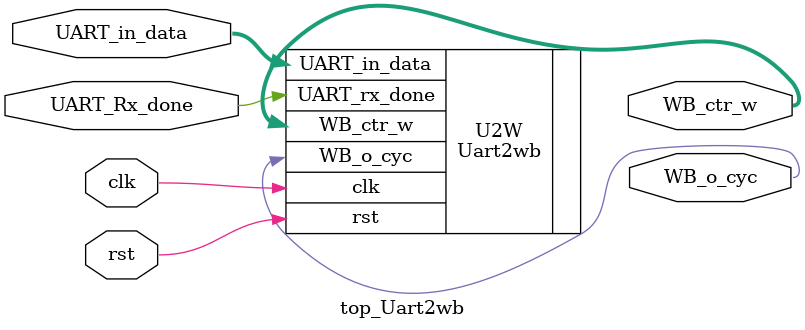
<source format=sv>
typedef enum logic [1:0] {
     add     = 2'h1,
     sub     = 2'h2,
     nop     = 2'h0
} operation_t /*verilator public*/;

module top_Uart2wb 
(
	input clk,
     input rst,
	input [7:0] UART_in_data,
	input UART_Rx_done,
     output [33:0] WB_ctr_w,
     output WB_o_cyc

);

Uart2wb U2W(.clk(clk), .rst(rst), .UART_in_data(UART_in_data), .UART_rx_done(UART_Rx_done), .WB_ctr_w(WB_ctr_w), .WB_o_cyc(WB_o_cyc));

endmodule

</source>
